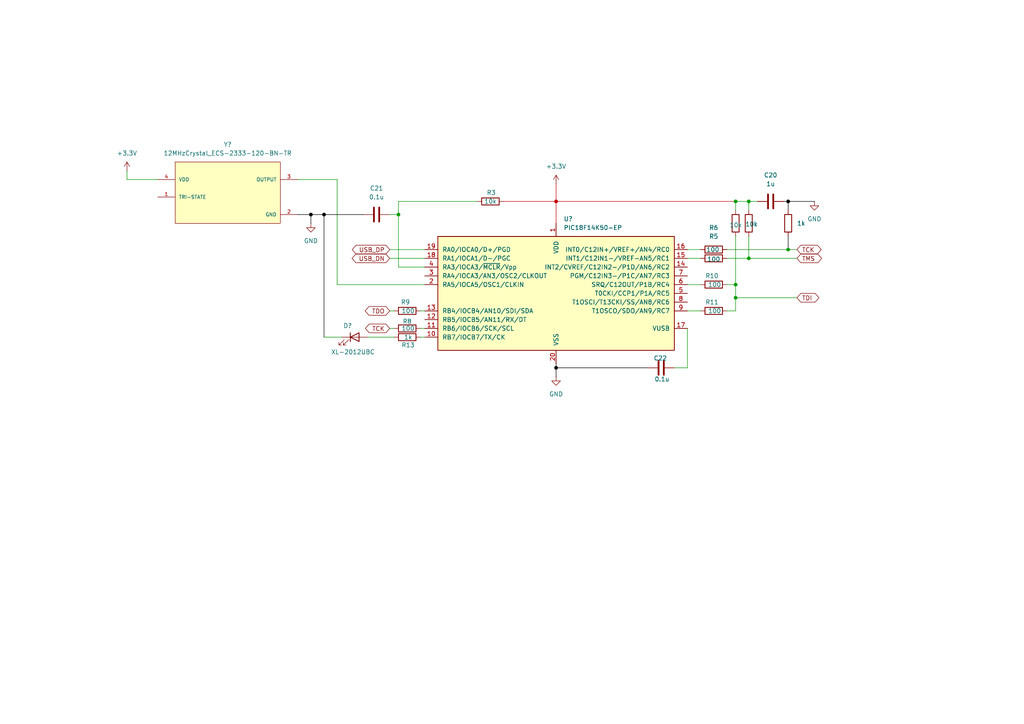
<source format=kicad_sch>
(kicad_sch (version 20231120) (generator "eeschema") (generator_version "8.0")
  (paper "A4")
  (lib_symbols
    (symbol "Device:C" (pin_numbers hide) (pin_names (offset 0.254))
      (property "Reference" "C" (at 0.635 2.54 0))
      (property "Value" "C" (at 0.635 -2.54 0))
      (symbol "C_0_1"
        (polyline (pts (xy -2.032 -0.762) (xy 2.032 -0.762)) (stroke (width 0.508)))
        (polyline (pts (xy -2.032 0.762) (xy 2.032 0.762)) (stroke (width 0.508)))
      )
      (symbol "C_1_1"
        (pin passive line (at 0 3.81 270) (length 2.794) (name "~") (number "1"))
        (pin passive line (at 0 -3.81 90) (length 2.794) (name "~") (number "2"))
      )
    )
    (symbol "Device:LED" (pin_numbers hide) (pin_names (offset 1.016) hide)
      (property "Reference" "D" (at 0 2.54 0))
      (property "Value" "LED" (at 0 -2.54 0))
      (symbol "LED_0_1"
        (polyline (pts (xy -1.27 -1.27) (xy -1.27 1.27)) (stroke (width 0.254)))
        (polyline (pts (xy -1.27 0) (xy 1.27 0)))
        (polyline (pts (xy 1.27 -1.27) (xy 1.27 1.27) (xy -1.27 0) (xy 1.27 -1.27)) (stroke (width 0.254)))
        (polyline (pts (xy -3.048 -0.762) (xy -4.572 -2.286) (xy -3.81 -2.286) (xy -4.572 -2.286) (xy -4.572 -1.524)))
        (polyline (pts (xy -1.778 -0.762) (xy -3.302 -2.286) (xy -2.54 -2.286) (xy -3.302 -2.286) (xy -3.302 -1.524)))
      )
      (symbol "LED_1_1"
        (pin passive line (at -3.81 0 0) (length 2.54) (name "K") (number "1"))
        (pin passive line (at 3.81 0 180) (length 2.54) (name "A") (number "2"))
      )
    )
    (symbol "Device:R" (pin_numbers hide) (pin_names (offset 0))
      (property "Reference" "R" (at 2.032 0 90))
      (property "Value" "R" (at 0 0 90))
      (symbol "R_0_1"
        (rectangle (start -1.016 -2.54) (end 1.016 2.54) (stroke (width 0.254)))
      )
      (symbol "R_1_1"
        (pin passive line (at 0 3.81 270) (length 1.27) (name "~") (number "1"))
        (pin passive line (at 0 -3.81 90) (length 1.27) (name "~") (number "2"))
      )
    )
    (symbol "MCU_Microchip_PIC18:PIC18F14K50-EP" (pin_names (offset 1.27))
      (property "Reference" "U" (at -33.02 17.78 0))
      (property "Value" "PIC18F14K50-EP" (at 24.13 -17.78 0))
      (symbol "PIC18F14K50-EP_0_1"
        (rectangle (start -34.29 16.51) (end 34.29 -16.51) (stroke (width 0.254)) (fill (type background)))
      )
      (symbol "PIC18F14K50-EP_1_1"
        (pin power_in line (at 0 20.32 270) (length 3.81) (name "VDD") (number "1"))
        (pin bidirectional line (at -38.1 -12.7 0) (length 3.81) (name "RB7/IOCB7/TX/CK") (number "10"))
        (pin bidirectional line (at -38.1 -10.16 0) (length 3.81) (name "RB6/IOCB6/SCK/SCL") (number "11"))
        (pin bidirectional line (at -38.1 -7.62 0) (length 3.81) (name "RB5/IOCB5/AN11/RX/DT") (number "12"))
        (pin bidirectional line (at -38.1 -5.08 0) (length 3.81) (name "RB4/IOCB4/AN10/SDI/SDA") (number "13"))
        (pin bidirectional line (at 38.1 7.62 180) (length 3.81) (name "INT2/CVREF/C12IN2-/P1D/AN6/RC2") (number "14"))
        (pin bidirectional line (at 38.1 10.16 180) (length 3.81) (name "INT1/C12IN1-/VREF-AN5/RC1") (number "15"))
        (pin bidirectional line (at 38.1 12.7 180) (length 3.81) (name "INT0/C12IN+/VREF+/AN4/RC0") (number "16"))
        (pin passive line (at 38.1 -10.16 180) (length 3.81) (name "VUSB") (number "17"))
        (pin bidirectional line (at -38.1 10.16 0) (length 3.81) (name "RA1/IOCA1/D-/PGC") (number "18"))
        (pin bidirectional line (at -38.1 12.7 0) (length 3.81) (name "RA0/IOCA0/D+/PGD") (number "19"))
        (pin bidirectional line (at -38.1 2.54 0) (length 3.81) (name "RA5/IOCA5/OSC1/CLKIN") (number "2"))
        (pin power_in line (at 0 -20.32 90) (length 3.81) (name "VSS") (number "20"))
        (pin bidirectional line (at -38.1 5.08 0) (length 3.81) (name "RA4/IOCA3/AN3/OSC2/CLKOUT") (number "3"))
        (pin input line (at -38.1 7.62 0) (length 3.81) (name "RA3/IOCA3/~{MCLR}/Vpp") (number "4"))
        (pin bidirectional line (at 38.1 0 180) (length 3.81) (name "T0CKI/CCP1/P1A/RC5") (number "5"))
        (pin bidirectional line (at 38.1 2.54 180) (length 3.81) (name "SRQ/C12OUT/P1B/RC4") (number "6"))
        (pin bidirectional line (at 38.1 5.08 180) (length 3.81) (name "PGM/C12IN3-/P1C/AN7/RC3") (number "7"))
        (pin bidirectional line (at 38.1 -2.54 180) (length 3.81) (name "T1OSCI/T13CKI/SS/AN8/RC6") (number "8"))
        (pin bidirectional line (at 38.1 -5.08 180) (length 3.81) (name "T1OSCO/SDO/AN9/RC7") (number "9"))
      )
    )
    (symbol "Symbol_Library:12MHzCrystal_ECS-2333-120-BN-TR" (pin_names (offset 1.016))
      (property "Reference" "Y" (at -15.5364 8.1503 0))
      (property "Value" "12MHzCrystal_ECS-2333-120-BN-TR" (at -15.0127 -12.977 0))
      (symbol "12MHzCrystal_ECS-2333-120-BN-TR_0_0"
        (rectangle (start -15.24 -10.16) (end 15.24 7.62) (stroke (width 0.1524)) (fill (type background)))
        (pin input line (at -20.32 -2.54 0) (length 5.08) (name "TRI-STATE") (number "1"))
        (pin power_in line (at 20.32 -7.62 180) (length 5.08) (name "GND") (number "2"))
        (pin output line (at 20.32 2.54 180) (length 5.08) (name "OUTPUT") (number "3"))
        (pin input line (at -20.32 2.54 0) (length 5.08) (name "VDD") (number "4"))
      )
    )
    (symbol "power:+3.3V" (power) (pin_numbers hide) (pin_names (offset 0) hide)
      (property "Value" "+3.3V" (at 0 3.556 0))
      (symbol "+3.3V_0_1"
        (polyline (pts (xy -0.762 1.27) (xy 0 2.54)))
        (polyline (pts (xy 0 0) (xy 0 2.54)))
        (polyline (pts (xy 0 2.54) (xy 0.762 1.27)))
      )
      (symbol "+3.3V_1_1"
        (pin power_in line (at 0 0 90) (length 0) (name "~") (number "1"))
      )
    )
    (symbol "power:GND" (power) (pin_numbers hide) (pin_names (offset 0) hide)
      (property "Value" "GND" (at 0 -3.81 0))
      (symbol "GND_0_1"
        (polyline (pts (xy 0 0) (xy 0 -1.27) (xy 1.27 -1.27) (xy 0 -2.54) (xy -1.27 -1.27) (xy 0 -1.27)))
      )
      (symbol "GND_1_1"
        (pin power_in line (at 0 0 270) (length 0) (name "~") (number "1"))
      )
    )
  )
  (junction (at 213.36 86.36))
  (junction (at 213.36 58.42))
  (junction (at 93.98 62.23) (color 0 0 0 1))
  (junction (at 228.6 72.39))
  (junction (at 213.36 82.55))
  (junction (at 217.17 74.93))
  (junction (at 217.17 58.42))
  (junction (at 228.6 58.42) (color 0 0 0 1))
  (junction (at 161.29 106.68) (color 0 0 0 1))
  (junction (at 161.29 58.42) (color 194 0 0 1))
  (junction (at 90.17 62.23) (color 0 0 0 1))
  (junction (at 115.57 62.23))
  (wire (pts (xy 199.39 95.25) (xy 199.39 106.68)))
  (wire (pts (xy 113.03 72.39) (xy 123.19 72.39)))
  (wire (pts (xy 93.98 62.23) (xy 105.41 62.23)) (stroke (width 0) (color 0 0 0 1)))
  (wire (pts (xy 93.98 62.23) (xy 93.98 97.79)) (stroke (width 0) (color 0 0 0 1)))
  (wire (pts (xy 115.57 62.23) (xy 115.57 58.42)))
  (wire (pts (xy 217.17 68.58) (xy 217.17 74.93)))
  (wire (pts (xy 213.36 82.55) (xy 210.82 82.55)))
  (wire (pts (xy 210.82 74.93) (xy 217.17 74.93)))
  (wire (pts (xy 199.39 72.39) (xy 203.2 72.39)))
  (wire (pts (xy 203.2 90.17) (xy 199.39 90.17)))
  (wire (pts (xy 45.72 52.07) (xy 36.83 52.07)))
  (wire (pts (xy 210.82 72.39) (xy 228.6 72.39)) (stroke (width 0) (color 0 132 0 1)))
  (wire (pts (xy 213.36 86.36) (xy 213.36 90.17)))
  (wire (pts (xy 115.57 77.47) (xy 115.57 62.23)))
  (wire (pts (xy 115.57 58.42) (xy 138.43 58.42)))
  (wire (pts (xy 114.3 90.17) (xy 113.03 90.17)))
  (wire (pts (xy 121.92 90.17) (xy 123.19 90.17)))
  (wire (pts (xy 123.19 77.47) (xy 115.57 77.47)))
  (wire (pts (xy 213.36 58.42) (xy 217.17 58.42)))
  (wire (pts (xy 161.29 58.42) (xy 213.36 58.42)) (stroke (width 0) (color 194 0 0 1)))
  (wire (pts (xy 161.29 106.68) (xy 161.29 105.41)) (stroke (width 0) (color 0 0 0 1)))
  (wire (pts (xy 90.17 62.23) (xy 90.17 64.77)) (stroke (width 0) (color 0 0 0 1)))
  (wire (pts (xy 97.79 82.55) (xy 123.19 82.55)))
  (wire (pts (xy 213.36 86.36) (xy 231.14 86.36)))
  (wire (pts (xy 36.83 52.07) (xy 36.83 49.53)))
  (wire (pts (xy 113.03 62.23) (xy 115.57 62.23)))
  (wire (pts (xy 227.33 58.42) (xy 228.6 58.42)) (stroke (width 0) (color 0 0 0 1)))
  (wire (pts (xy 203.2 74.93) (xy 199.39 74.93)))
  (wire (pts (xy 106.68 97.79) (xy 114.3 97.79)))
  (wire (pts (xy 213.36 68.58) (xy 213.36 82.55)))
  (wire (pts (xy 121.92 97.79) (xy 123.19 97.79)))
  (wire (pts (xy 217.17 60.96) (xy 217.17 58.42)))
  (wire (pts (xy 213.36 60.96) (xy 213.36 58.42)))
  (wire (pts (xy 99.06 97.79) (xy 93.98 97.79)))
  (wire (pts (xy 114.3 95.25) (xy 113.03 95.25)))
  (wire (pts (xy 161.29 58.42) (xy 161.29 64.77)) (stroke (width 0) (color 194 0 0 1)))
  (wire (pts (xy 199.39 106.68) (xy 195.58 106.68)))
  (wire (pts (xy 86.36 62.23) (xy 90.17 62.23)) (stroke (width 0) (color 0 0 0 1)))
  (wire (pts (xy 228.6 68.58) (xy 228.6 72.39)) (stroke (width 0) (color 0 0 0 1)))
  (wire (pts (xy 228.6 60.96) (xy 228.6 58.42)) (stroke (width 0) (color 0 0 0 1)))
  (wire (pts (xy 213.36 90.17) (xy 210.82 90.17)))
  (wire (pts (xy 97.79 52.07) (xy 97.79 82.55)))
  (wire (pts (xy 203.2 82.55) (xy 199.39 82.55)))
  (wire (pts (xy 90.17 62.23) (xy 93.98 62.23)) (stroke (width 0) (color 0 0 0 1)))
  (wire (pts (xy 161.29 109.22) (xy 161.29 106.68)) (stroke (width 0) (color 0 0 0 1)))
  (wire (pts (xy 161.29 53.34) (xy 161.29 58.42)) (stroke (width 0) (color 194 0 0 1)))
  (wire (pts (xy 217.17 74.93) (xy 231.14 74.93)))
  (wire (pts (xy 121.92 95.25) (xy 123.19 95.25)))
  (wire (pts (xy 113.03 74.93) (xy 123.19 74.93)))
  (wire (pts (xy 86.36 52.07) (xy 97.79 52.07)))
  (wire (pts (xy 213.36 82.55) (xy 213.36 86.36)))
  (wire (pts (xy 146.05 58.42) (xy 161.29 58.42)) (stroke (width 0) (color 194 0 0 1)))
  (wire (pts (xy 161.29 106.68) (xy 187.96 106.68)) (stroke (width 0) (color 0 0 0 1)))
  (wire (pts (xy 217.17 58.42) (xy 219.71 58.42)))
  (wire (pts (xy 228.6 58.42) (xy 236.22 58.42)) (stroke (width 0) (color 0 0 0 1)))
  (wire (pts (xy 228.6 72.39) (xy 231.14 72.39)) (stroke (width 0) (color 0 132 0 1)))
  (global_label "TDI" (shape bidirectional) (at 231.14 86.36 0) (property "Intersheetrefs" "${INTERSHEET_REFS}" (at 238.0789 86.36 0) (effects (justify left))))
  (global_label "TDO" (shape bidirectional) (at 113.03 90.17 180) (property "Intersheetrefs" "${INTERSHEET_REFS}" (at 105.3654 90.17 0) (effects (justify right))))
  (global_label "USB_DP" (shape bidirectional) (at 113.03 72.39 180) (property "Intersheetrefs" "${INTERSHEET_REFS}" (at 101.6159 72.39 0) (effects (justify right))))
  (global_label "TCK" (shape bidirectional) (at 113.03 95.25 180) (property "Intersheetrefs" "${INTERSHEET_REFS}" (at 105.4259 95.25 0) (effects (justify right))))
  (global_label "TCK" (shape bidirectional) (at 231.14 72.39 0) (property "Intersheetrefs" "${INTERSHEET_REFS}" (at 238.7441 72.39 0) (effects (justify left))))
  (global_label "USB_DN" (shape bidirectional) (at 113.03 74.93 180) (property "Intersheetrefs" "${INTERSHEET_REFS}" (at 101.5554 74.93 0) (effects (justify right))))
  (global_label "TMS" (shape bidirectional) (at 231.14 74.93 0) (property "Intersheetrefs" "${INTERSHEET_REFS}" (at 238.865 74.93 0) (effects (justify left))))
  (symbol (lib_id "Device:R") (at 207.01 82.55 90) (unit 1)
    (property "Reference" "R10" (at 206.502 80.01 90))
    (property "Value" "100" (at 207.264 82.55 90))
    (property "Footprint" "Resistor_SMD:R_0805_2012Metric" (effects (hide yes)))
    (property "Description" "Resistor" (effects (hide yes)))
  )
  (symbol (lib_id "power:GND") (at 161.29 109.22 0) (unit 1)
    (property "Reference" "#PWR028" (effects (hide yes)))
    (property "Value" "GND" (at 161.29 114.3 0))
    (property "Description" "Power symbol creates a global label with name \"GND\" , ground" (effects (hide yes)))
  )
  (symbol (lib_id "Device:R") (at 213.36 64.77 0) (unit 1)
    (property "Reference" "R12" (effects (hide yes)))
    (property "Value" "10k" (at 211.582 65.278 0) (effects (justify left)))
    (property "Footprint" "Resistor_SMD:R_0805_2012Metric" (effects (hide yes)))
    (property "Description" "Resistor" (effects (hide yes)))
  )
  (symbol (lib_id "power:+3.3V") (at 36.83 49.53 0) (unit 1)
    (property "Reference" "#PWR026" (effects (hide yes)))
    (property "Value" "+3.3V" (at 36.83 44.45 0))
    (property "Description" "Power symbol creates a global label with name \"+3.3V\"" (effects (hide yes)))
  )
  (symbol (lib_id "Device:R") (at 207.01 90.17 90) (unit 1)
    (property "Reference" "R11" (at 206.502 87.63 90))
    (property "Value" "100" (at 207.264 90.17 90))
    (property "Footprint" "Resistor_SMD:R_0805_2012Metric" (effects (hide yes)))
    (property "Description" "Resistor" (effects (hide yes)))
  )
  (symbol (lib_id "Device:R") (at 228.6 64.77 0) (unit 1)
    (property "Reference" "R7" (effects (hide yes)))
    (property "Value" "1k" (at 231.14 64.7699 0) (effects (justify left)))
    (property "Footprint" "Resistor_SMD:R_0805_2012Metric" (effects (hide yes)))
    (property "Description" "Resistor" (effects (hide yes)))
  )
  (symbol (lib_id "power:+3.3V") (at 161.29 53.34 0) (unit 1)
    (property "Reference" "#PWR029" (effects (hide yes)))
    (property "Value" "+3.3V" (at 161.29 48.26 0))
    (property "Description" "Power symbol creates a global label with name \"+3.3V\"" (effects (hide yes)))
  )
  (symbol (lib_id "Device:R") (at 118.11 97.79 90) (unit 1)
    (property "Reference" "R13" (at 118.364 100.076 90))
    (property "Value" "1k" (at 118.364 97.79 90))
    (property "Footprint" "Resistor_SMD:R_0805_2012Metric" (effects (hide yes)))
    (property "Description" "Resistor" (effects (hide yes)))
  )
  (symbol (lib_id "Device:C") (at 191.77 106.68 270) (unit 1)
    (property "Reference" "C22" (at 191.516 103.886 90))
    (property "Value" "0.1u" (at 192.024 109.982 90))
    (property "Footprint" "Capacitor_SMD:C_0805_2012Metric" (effects (hide yes)))
    (property "Description" "Unpolarized capacitor" (effects (hide yes)))
  )
  (symbol (lib_id "power:GND") (at 90.17 64.77 0) (unit 1)
    (property "Reference" "#PWR027" (effects (hide yes)))
    (property "Value" "GND" (at 90.17 69.85 0))
    (property "Description" "Power symbol creates a global label with name \"GND\" , ground" (effects (hide yes)))
  )
  (symbol (lib_id "Symbol_Library:12MHzCrystal_ECS-2333-120-BN-TR") (at 66.04 54.61 0) (unit 1)
    (property "Reference" "Y?" (at 66.04 41.91 0))
    (property "Value" "12MHzCrystal_ECS-2333-120-BN-TR" (at 66.04 44.45 0))
    (property "Footprint" "Library:12MHZ_XTAL_OSC_ECS-2333-120-BN-TR" (effects (hide yes)))
    (property "PARTREV" "N/A" (effects (hide yes)))
    (property "MANUFACTURER" "ECS INC" (effects (hide yes)))
    (property "STANDARD" "Manufacturer Recommendations" (effects (hide yes)))
  )
  (symbol (lib_id "Device:C") (at 223.52 58.42 90) (unit 1)
    (property "Reference" "C20" (at 223.52 50.8 90))
    (property "Value" "1u" (at 223.52 53.34 90))
    (property "Footprint" "Capacitor_SMD:C_0805_2012Metric" (effects (hide yes)))
    (property "Description" "Unpolarized capacitor" (effects (hide yes)))
  )
  (symbol (lib_id "Device:R") (at 118.11 95.25 90) (unit 1)
    (property "Reference" "R8" (at 118.11 93.218 90))
    (property "Value" "100" (at 118.364 95.25 90))
    (property "Footprint" "Resistor_SMD:R_0805_2012Metric" (effects (hide yes)))
    (property "Description" "Resistor" (effects (hide yes)))
  )
  (symbol (lib_id "Device:R") (at 118.11 90.17 90) (unit 1)
    (property "Reference" "R9" (at 117.602 87.63 90))
    (property "Value" "100" (at 118.364 90.17 90))
    (property "Footprint" "Resistor_SMD:R_0805_2012Metric" (effects (hide yes)))
    (property "Description" "Resistor" (effects (hide yes)))
  )
  (symbol (lib_id "MCU_Microchip_PIC18:PIC18F14K50-EP") (at 161.29 85.09 0) (unit 1)
    (property "Reference" "U?" (at 163.4841 63.5 0) (effects (justify left)))
    (property "Value" "PIC18F14K50-EP" (at 163.4841 66.04 0) (effects (justify left)))
    (property "Footprint" "Package_DIP:DIP-20_W7.62mm" (effects (hide yes)))
    (property "Datasheet" "http://ww1.microchip.com/downloads/en/devicedoc/41350c.pdf" (effects (hide yes)))
    (property "Description" "16K Flash, 768 SRAM, 256 EEPROM, USB, nanoWatt XLP, DIP20" (effects (hide yes)))
  )
  (symbol (lib_id "Device:R") (at 207.01 72.39 90) (unit 1)
    (property "Reference" "R6" (at 207.01 66.04 90))
    (property "Value" "100" (at 206.756 72.39 90))
    (property "Footprint" "Resistor_SMD:R_0805_2012Metric" (effects (hide yes)))
    (property "Description" "Resistor" (effects (hide yes)))
  )
  (symbol (lib_id "Device:LED") (at 102.87 97.79 0) (unit 1)
    (property "Reference" "D?" (at 100.838 94.488 0))
    (property "Value" "XL-2012UBC" (at 102.362 102.108 0))
    (property "Footprint" "LED_SMD:LED_0805_2012Metric" (effects (hide yes)))
    (property "Description" "Light emitting diode Blue" (effects (hide yes)))
  )
  (symbol (lib_id "power:GND") (at 236.22 58.42 0) (unit 1)
    (property "Reference" "#PWR030" (effects (hide yes)))
    (property "Value" "GND" (at 236.22 63.5 0))
    (property "Description" "Power symbol creates a global label with name \"GND\" , ground" (effects (hide yes)))
  )
  (symbol (lib_id "Device:R") (at 207.01 74.93 90) (unit 1)
    (property "Reference" "R5" (at 207.01 68.58 90))
    (property "Value" "100" (at 207.01 75.184 90))
    (property "Footprint" "Resistor_SMD:R_0805_2012Metric" (effects (hide yes)))
    (property "Description" "Resistor" (effects (hide yes)))
  )
  (symbol (lib_id "Device:C") (at 109.22 62.23 270) (unit 1)
    (property "Reference" "C21" (at 109.22 54.61 90))
    (property "Value" "0.1u" (at 109.22 57.15 90))
    (property "Footprint" "Capacitor_SMD:C_0805_2012Metric" (effects (hide yes)))
    (property "Description" "Unpolarized capacitor" (effects (hide yes)))
  )
  (symbol (lib_id "Device:R") (at 142.24 58.42 90) (unit 1)
    (property "Reference" "R3" (at 142.494 55.88 90))
    (property "Value" "10k" (at 142.24 58.42 90))
    (property "Footprint" "Resistor_SMD:R_0805_2012Metric" (effects (hide yes)))
    (property "Description" "Resistor" (effects (hide yes)))
  )
  (symbol (lib_id "Device:R") (at 217.17 64.77 0) (unit 1)
    (property "Reference" "R4" (effects (hide yes)))
    (property "Value" "10k" (at 216.154 65.024 0) (effects (justify left)))
    (property "Footprint" "Resistor_SMD:R_0805_2012Metric" (effects (hide yes)))
    (property "Description" "Resistor" (effects (hide yes)))
  )
)
</source>
